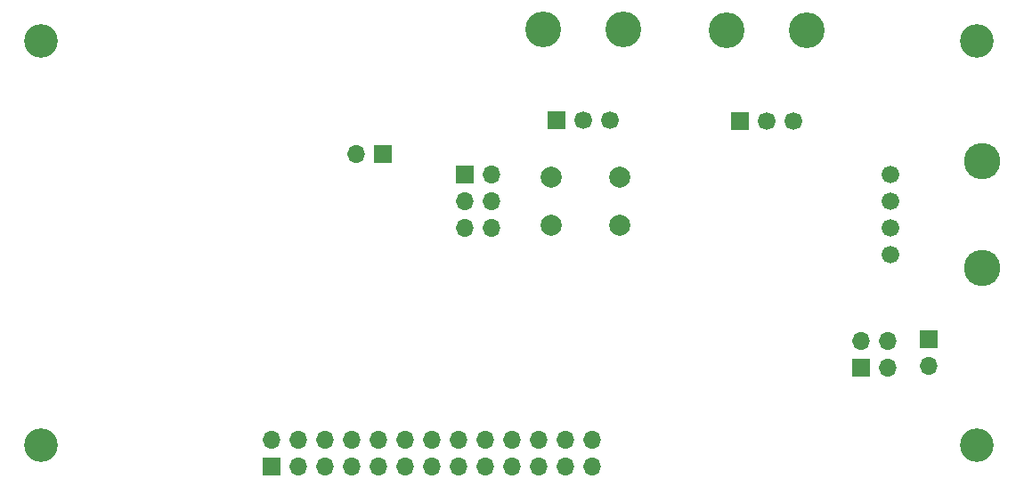
<source format=gbs>
G04 #@! TF.GenerationSoftware,KiCad,Pcbnew,(6.0.7-1)-1*
G04 #@! TF.CreationDate,2022-11-17T12:13:49-08:00*
G04 #@! TF.ProjectId,telemetry-emulator-pcb,74656c65-6d65-4747-9279-2d656d756c61,rev?*
G04 #@! TF.SameCoordinates,Original*
G04 #@! TF.FileFunction,Soldermask,Bot*
G04 #@! TF.FilePolarity,Negative*
%FSLAX46Y46*%
G04 Gerber Fmt 4.6, Leading zero omitted, Abs format (unit mm)*
G04 Created by KiCad (PCBNEW (6.0.7-1)-1) date 2022-11-17 12:13:49*
%MOMM*%
%LPD*%
G01*
G04 APERTURE LIST*
%ADD10C,3.200000*%
%ADD11C,2.000000*%
%ADD12R,1.700000X1.700000*%
%ADD13O,1.700000X1.700000*%
%ADD14C,3.400000*%
%ADD15R,1.690000X1.690000*%
%ADD16C,1.690000*%
%ADD17C,3.454400*%
%ADD18C,1.676400*%
G04 APERTURE END LIST*
D10*
X179500000Y-104000000D03*
D11*
X138990000Y-78522000D03*
X145490000Y-78522000D03*
X138990000Y-83022000D03*
X145490000Y-83022000D03*
D12*
X130810000Y-78232000D03*
D13*
X133350000Y-78232000D03*
X130810000Y-80772000D03*
X133350000Y-80772000D03*
X130810000Y-83312000D03*
X133350000Y-83312000D03*
D10*
X90500000Y-104000000D03*
D14*
X138190000Y-64455000D03*
X145810000Y-64455000D03*
D15*
X139460000Y-73095000D03*
D16*
X142000000Y-73095000D03*
X144540000Y-73095000D03*
D10*
X179500000Y-65500000D03*
X90500000Y-65500000D03*
D14*
X163310000Y-64555000D03*
X155690000Y-64555000D03*
D15*
X156960000Y-73195000D03*
D16*
X159500000Y-73195000D03*
X162040000Y-73195000D03*
D17*
X179928501Y-87139500D03*
X179928501Y-76979500D03*
D18*
X171288500Y-78249500D03*
X171288500Y-80789500D03*
X171288500Y-83329500D03*
X171288500Y-85869500D03*
D12*
X174900000Y-93900000D03*
D13*
X174900000Y-96440000D03*
D12*
X122975000Y-76300000D03*
D13*
X120435000Y-76300000D03*
D12*
X168425000Y-96575000D03*
D13*
X168425000Y-94035000D03*
X170965000Y-96575000D03*
X170965000Y-94035000D03*
D12*
X112400000Y-106000000D03*
D13*
X112400000Y-103460000D03*
X114940000Y-106000000D03*
X114940000Y-103460000D03*
X117480000Y-106000000D03*
X117480000Y-103460000D03*
X120020000Y-106000000D03*
X120020000Y-103460000D03*
X122560000Y-106000000D03*
X122560000Y-103460000D03*
X125100000Y-106000000D03*
X125100000Y-103460000D03*
X127640000Y-106000000D03*
X127640000Y-103460000D03*
X130180000Y-106000000D03*
X130180000Y-103460000D03*
X132720000Y-106000000D03*
X132720000Y-103460000D03*
X135260000Y-106000000D03*
X135260000Y-103460000D03*
X137800000Y-106000000D03*
X137800000Y-103460000D03*
X140340000Y-106000000D03*
X140340000Y-103460000D03*
X142880000Y-106000000D03*
X142880000Y-103460000D03*
M02*

</source>
